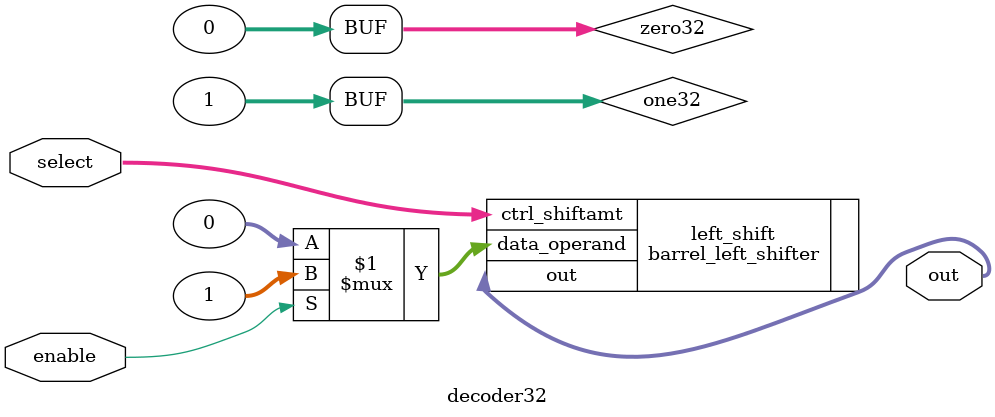
<source format=v>
module decoder32(out, select, enable);
    input [4:0] select;
    input enable;
    output [31:0] out;

    wire [31:0] one32, zero32;

    assign zero32 = 32'b0;
    assign one32[31:1] = zero32[31:1];
    assign one32[0] = 1'b1;

    barrel_left_shifter left_shift(.out(out), .data_operand(enable ? one32 : zero32), .ctrl_shiftamt(select));
endmodule
</source>
